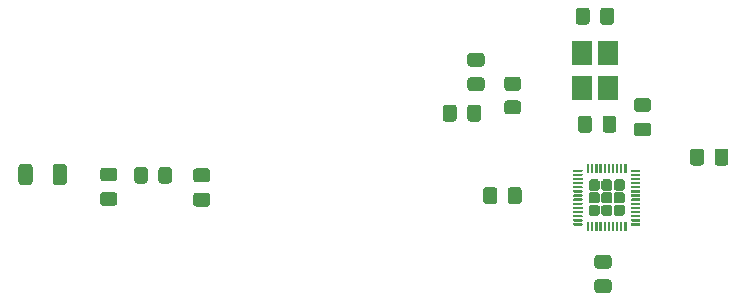
<source format=gbr>
%TF.GenerationSoftware,KiCad,Pcbnew,(5.1.10)-1*%
%TF.CreationDate,2022-01-27T03:50:03-08:00*%
%TF.ProjectId,schematic,73636865-6d61-4746-9963-2e6b69636164,rev?*%
%TF.SameCoordinates,Original*%
%TF.FileFunction,Paste,Top*%
%TF.FilePolarity,Positive*%
%FSLAX46Y46*%
G04 Gerber Fmt 4.6, Leading zero omitted, Abs format (unit mm)*
G04 Created by KiCad (PCBNEW (5.1.10)-1) date 2022-01-27 03:50:03*
%MOMM*%
%LPD*%
G01*
G04 APERTURE LIST*
%ADD10R,1.800000X2.100000*%
%ADD11C,0.100000*%
G04 APERTURE END LIST*
%TO.C,C4*%
G36*
G01*
X158321500Y-85580200D02*
X158321500Y-86530200D01*
G75*
G02*
X158071500Y-86780200I-250000J0D01*
G01*
X157396500Y-86780200D01*
G75*
G02*
X157146500Y-86530200I0J250000D01*
G01*
X157146500Y-85580200D01*
G75*
G02*
X157396500Y-85330200I250000J0D01*
G01*
X158071500Y-85330200D01*
G75*
G02*
X158321500Y-85580200I0J-250000D01*
G01*
G37*
G36*
G01*
X160396500Y-85580200D02*
X160396500Y-86530200D01*
G75*
G02*
X160146500Y-86780200I-250000J0D01*
G01*
X159471500Y-86780200D01*
G75*
G02*
X159221500Y-86530200I0J250000D01*
G01*
X159221500Y-85580200D01*
G75*
G02*
X159471500Y-85330200I250000J0D01*
G01*
X160146500Y-85330200D01*
G75*
G02*
X160396500Y-85580200I0J-250000D01*
G01*
G37*
%TD*%
%TO.C,C5*%
G36*
G01*
X161750500Y-92565200D02*
X161750500Y-93515200D01*
G75*
G02*
X161500500Y-93765200I-250000J0D01*
G01*
X160825500Y-93765200D01*
G75*
G02*
X160575500Y-93515200I0J250000D01*
G01*
X160575500Y-92565200D01*
G75*
G02*
X160825500Y-92315200I250000J0D01*
G01*
X161500500Y-92315200D01*
G75*
G02*
X161750500Y-92565200I0J-250000D01*
G01*
G37*
G36*
G01*
X163825500Y-92565200D02*
X163825500Y-93515200D01*
G75*
G02*
X163575500Y-93765200I-250000J0D01*
G01*
X162900500Y-93765200D01*
G75*
G02*
X162650500Y-93515200I0J250000D01*
G01*
X162650500Y-92565200D01*
G75*
G02*
X162900500Y-92315200I250000J0D01*
G01*
X163575500Y-92315200D01*
G75*
G02*
X163825500Y-92565200I0J-250000D01*
G01*
G37*
%TD*%
D10*
%TO.C,Y1*%
X171148100Y-80987900D03*
X171148100Y-83887900D03*
X168948100Y-83887900D03*
X168948100Y-80987900D03*
%TD*%
D11*
%TO.C,U1*%
G36*
X172377148Y-93796629D02*
G01*
X172399899Y-93803531D01*
X172420866Y-93814738D01*
X172439244Y-93829820D01*
X172539714Y-93930290D01*
X172554796Y-93948668D01*
X172566003Y-93969635D01*
X172572905Y-93992386D01*
X172575235Y-94016046D01*
X172575235Y-94527888D01*
X172572905Y-94551548D01*
X172566003Y-94574299D01*
X172554796Y-94595266D01*
X172539714Y-94613644D01*
X172439244Y-94714114D01*
X172420866Y-94729196D01*
X172399899Y-94740403D01*
X172377148Y-94747305D01*
X172353488Y-94749635D01*
X171841646Y-94749635D01*
X171817986Y-94747305D01*
X171795235Y-94740403D01*
X171774268Y-94729196D01*
X171755890Y-94714114D01*
X171655420Y-94613644D01*
X171640338Y-94595266D01*
X171629131Y-94574299D01*
X171622229Y-94551548D01*
X171619899Y-94527888D01*
X171619899Y-94016046D01*
X171622229Y-93992386D01*
X171629131Y-93969635D01*
X171640338Y-93948668D01*
X171655420Y-93930290D01*
X171755890Y-93829820D01*
X171774268Y-93814738D01*
X171795235Y-93803531D01*
X171817986Y-93796629D01*
X171841646Y-93794299D01*
X172353488Y-93794299D01*
X172377148Y-93796629D01*
G37*
G36*
X172377148Y-92729962D02*
G01*
X172399899Y-92736864D01*
X172420866Y-92748071D01*
X172439244Y-92763153D01*
X172539714Y-92863623D01*
X172554796Y-92882001D01*
X172566003Y-92902968D01*
X172572905Y-92925719D01*
X172575235Y-92949379D01*
X172575235Y-93461221D01*
X172572905Y-93484881D01*
X172566003Y-93507632D01*
X172554796Y-93528599D01*
X172539714Y-93546977D01*
X172439244Y-93647447D01*
X172420866Y-93662529D01*
X172399899Y-93673736D01*
X172377148Y-93680638D01*
X172353488Y-93682968D01*
X171841646Y-93682968D01*
X171817986Y-93680638D01*
X171795235Y-93673736D01*
X171774268Y-93662529D01*
X171755890Y-93647447D01*
X171655420Y-93546977D01*
X171640338Y-93528599D01*
X171629131Y-93507632D01*
X171622229Y-93484881D01*
X171619899Y-93461221D01*
X171619899Y-92949379D01*
X171622229Y-92925719D01*
X171629131Y-92902968D01*
X171640338Y-92882001D01*
X171655420Y-92863623D01*
X171755890Y-92763153D01*
X171774268Y-92748071D01*
X171795235Y-92736864D01*
X171817986Y-92729962D01*
X171841646Y-92727632D01*
X172353488Y-92727632D01*
X172377148Y-92729962D01*
G37*
G36*
X172377148Y-91663295D02*
G01*
X172399899Y-91670197D01*
X172420866Y-91681404D01*
X172439244Y-91696486D01*
X172539714Y-91796956D01*
X172554796Y-91815334D01*
X172566003Y-91836301D01*
X172572905Y-91859052D01*
X172575235Y-91882712D01*
X172575235Y-92394554D01*
X172572905Y-92418214D01*
X172566003Y-92440965D01*
X172554796Y-92461932D01*
X172539714Y-92480310D01*
X172439244Y-92580780D01*
X172420866Y-92595862D01*
X172399899Y-92607069D01*
X172377148Y-92613971D01*
X172353488Y-92616301D01*
X171841646Y-92616301D01*
X171817986Y-92613971D01*
X171795235Y-92607069D01*
X171774268Y-92595862D01*
X171755890Y-92580780D01*
X171655420Y-92480310D01*
X171640338Y-92461932D01*
X171629131Y-92440965D01*
X171622229Y-92418214D01*
X171619899Y-92394554D01*
X171619899Y-91882712D01*
X171622229Y-91859052D01*
X171629131Y-91836301D01*
X171640338Y-91815334D01*
X171655420Y-91796956D01*
X171755890Y-91696486D01*
X171774268Y-91681404D01*
X171795235Y-91670197D01*
X171817986Y-91663295D01*
X171841646Y-91660965D01*
X172353488Y-91660965D01*
X172377148Y-91663295D01*
G37*
G36*
X171310481Y-93796629D02*
G01*
X171333232Y-93803531D01*
X171354199Y-93814738D01*
X171372577Y-93829820D01*
X171473047Y-93930290D01*
X171488129Y-93948668D01*
X171499336Y-93969635D01*
X171506238Y-93992386D01*
X171508568Y-94016046D01*
X171508568Y-94527888D01*
X171506238Y-94551548D01*
X171499336Y-94574299D01*
X171488129Y-94595266D01*
X171473047Y-94613644D01*
X171372577Y-94714114D01*
X171354199Y-94729196D01*
X171333232Y-94740403D01*
X171310481Y-94747305D01*
X171286821Y-94749635D01*
X170774979Y-94749635D01*
X170751319Y-94747305D01*
X170728568Y-94740403D01*
X170707601Y-94729196D01*
X170689223Y-94714114D01*
X170588753Y-94613644D01*
X170573671Y-94595266D01*
X170562464Y-94574299D01*
X170555562Y-94551548D01*
X170553232Y-94527888D01*
X170553232Y-94016046D01*
X170555562Y-93992386D01*
X170562464Y-93969635D01*
X170573671Y-93948668D01*
X170588753Y-93930290D01*
X170689223Y-93829820D01*
X170707601Y-93814738D01*
X170728568Y-93803531D01*
X170751319Y-93796629D01*
X170774979Y-93794299D01*
X171286821Y-93794299D01*
X171310481Y-93796629D01*
G37*
G36*
X171310481Y-92729962D02*
G01*
X171333232Y-92736864D01*
X171354199Y-92748071D01*
X171372577Y-92763153D01*
X171473047Y-92863623D01*
X171488129Y-92882001D01*
X171499336Y-92902968D01*
X171506238Y-92925719D01*
X171508568Y-92949379D01*
X171508568Y-93461221D01*
X171506238Y-93484881D01*
X171499336Y-93507632D01*
X171488129Y-93528599D01*
X171473047Y-93546977D01*
X171372577Y-93647447D01*
X171354199Y-93662529D01*
X171333232Y-93673736D01*
X171310481Y-93680638D01*
X171286821Y-93682968D01*
X170774979Y-93682968D01*
X170751319Y-93680638D01*
X170728568Y-93673736D01*
X170707601Y-93662529D01*
X170689223Y-93647447D01*
X170588753Y-93546977D01*
X170573671Y-93528599D01*
X170562464Y-93507632D01*
X170555562Y-93484881D01*
X170553232Y-93461221D01*
X170553232Y-92949379D01*
X170555562Y-92925719D01*
X170562464Y-92902968D01*
X170573671Y-92882001D01*
X170588753Y-92863623D01*
X170689223Y-92763153D01*
X170707601Y-92748071D01*
X170728568Y-92736864D01*
X170751319Y-92729962D01*
X170774979Y-92727632D01*
X171286821Y-92727632D01*
X171310481Y-92729962D01*
G37*
G36*
X171310481Y-91663295D02*
G01*
X171333232Y-91670197D01*
X171354199Y-91681404D01*
X171372577Y-91696486D01*
X171473047Y-91796956D01*
X171488129Y-91815334D01*
X171499336Y-91836301D01*
X171506238Y-91859052D01*
X171508568Y-91882712D01*
X171508568Y-92394554D01*
X171506238Y-92418214D01*
X171499336Y-92440965D01*
X171488129Y-92461932D01*
X171473047Y-92480310D01*
X171372577Y-92580780D01*
X171354199Y-92595862D01*
X171333232Y-92607069D01*
X171310481Y-92613971D01*
X171286821Y-92616301D01*
X170774979Y-92616301D01*
X170751319Y-92613971D01*
X170728568Y-92607069D01*
X170707601Y-92595862D01*
X170689223Y-92580780D01*
X170588753Y-92480310D01*
X170573671Y-92461932D01*
X170562464Y-92440965D01*
X170555562Y-92418214D01*
X170553232Y-92394554D01*
X170553232Y-91882712D01*
X170555562Y-91859052D01*
X170562464Y-91836301D01*
X170573671Y-91815334D01*
X170588753Y-91796956D01*
X170689223Y-91696486D01*
X170707601Y-91681404D01*
X170728568Y-91670197D01*
X170751319Y-91663295D01*
X170774979Y-91660965D01*
X171286821Y-91660965D01*
X171310481Y-91663295D01*
G37*
G36*
X170243814Y-93796629D02*
G01*
X170266565Y-93803531D01*
X170287532Y-93814738D01*
X170305910Y-93829820D01*
X170406380Y-93930290D01*
X170421462Y-93948668D01*
X170432669Y-93969635D01*
X170439571Y-93992386D01*
X170441901Y-94016046D01*
X170441901Y-94527888D01*
X170439571Y-94551548D01*
X170432669Y-94574299D01*
X170421462Y-94595266D01*
X170406380Y-94613644D01*
X170305910Y-94714114D01*
X170287532Y-94729196D01*
X170266565Y-94740403D01*
X170243814Y-94747305D01*
X170220154Y-94749635D01*
X169708312Y-94749635D01*
X169684652Y-94747305D01*
X169661901Y-94740403D01*
X169640934Y-94729196D01*
X169622556Y-94714114D01*
X169522086Y-94613644D01*
X169507004Y-94595266D01*
X169495797Y-94574299D01*
X169488895Y-94551548D01*
X169486565Y-94527888D01*
X169486565Y-94016046D01*
X169488895Y-93992386D01*
X169495797Y-93969635D01*
X169507004Y-93948668D01*
X169522086Y-93930290D01*
X169622556Y-93829820D01*
X169640934Y-93814738D01*
X169661901Y-93803531D01*
X169684652Y-93796629D01*
X169708312Y-93794299D01*
X170220154Y-93794299D01*
X170243814Y-93796629D01*
G37*
G36*
X170243814Y-92729962D02*
G01*
X170266565Y-92736864D01*
X170287532Y-92748071D01*
X170305910Y-92763153D01*
X170406380Y-92863623D01*
X170421462Y-92882001D01*
X170432669Y-92902968D01*
X170439571Y-92925719D01*
X170441901Y-92949379D01*
X170441901Y-93461221D01*
X170439571Y-93484881D01*
X170432669Y-93507632D01*
X170421462Y-93528599D01*
X170406380Y-93546977D01*
X170305910Y-93647447D01*
X170287532Y-93662529D01*
X170266565Y-93673736D01*
X170243814Y-93680638D01*
X170220154Y-93682968D01*
X169708312Y-93682968D01*
X169684652Y-93680638D01*
X169661901Y-93673736D01*
X169640934Y-93662529D01*
X169622556Y-93647447D01*
X169522086Y-93546977D01*
X169507004Y-93528599D01*
X169495797Y-93507632D01*
X169488895Y-93484881D01*
X169486565Y-93461221D01*
X169486565Y-92949379D01*
X169488895Y-92925719D01*
X169495797Y-92902968D01*
X169507004Y-92882001D01*
X169522086Y-92863623D01*
X169622556Y-92763153D01*
X169640934Y-92748071D01*
X169661901Y-92736864D01*
X169684652Y-92729962D01*
X169708312Y-92727632D01*
X170220154Y-92727632D01*
X170243814Y-92729962D01*
G37*
G36*
X170243814Y-91663295D02*
G01*
X170266565Y-91670197D01*
X170287532Y-91681404D01*
X170305910Y-91696486D01*
X170406380Y-91796956D01*
X170421462Y-91815334D01*
X170432669Y-91836301D01*
X170439571Y-91859052D01*
X170441901Y-91882712D01*
X170441901Y-92394554D01*
X170439571Y-92418214D01*
X170432669Y-92440965D01*
X170421462Y-92461932D01*
X170406380Y-92480310D01*
X170305910Y-92580780D01*
X170287532Y-92595862D01*
X170266565Y-92607069D01*
X170243814Y-92613971D01*
X170220154Y-92616301D01*
X169708312Y-92616301D01*
X169684652Y-92613971D01*
X169661901Y-92607069D01*
X169640934Y-92595862D01*
X169622556Y-92580780D01*
X169522086Y-92480310D01*
X169507004Y-92461932D01*
X169495797Y-92440965D01*
X169488895Y-92418214D01*
X169486565Y-92394554D01*
X169486565Y-91882712D01*
X169488895Y-91859052D01*
X169495797Y-91836301D01*
X169507004Y-91815334D01*
X169522086Y-91796956D01*
X169622556Y-91696486D01*
X169640934Y-91681404D01*
X169661901Y-91670197D01*
X169684652Y-91663295D01*
X169708312Y-91660965D01*
X170220154Y-91660965D01*
X170243814Y-91663295D01*
G37*
G36*
G01*
X169355900Y-91105300D02*
X169355900Y-90405300D01*
G75*
G02*
X169405900Y-90355300I50000J0D01*
G01*
X169505900Y-90355300D01*
G75*
G02*
X169555900Y-90405300I0J-50000D01*
G01*
X169555900Y-91105300D01*
G75*
G02*
X169505900Y-91155300I-50000J0D01*
G01*
X169405900Y-91155300D01*
G75*
G02*
X169355900Y-91105300I0J50000D01*
G01*
G37*
G36*
G01*
X169705900Y-91105300D02*
X169705900Y-90405300D01*
G75*
G02*
X169755900Y-90355300I50000J0D01*
G01*
X169855900Y-90355300D01*
G75*
G02*
X169905900Y-90405300I0J-50000D01*
G01*
X169905900Y-91105300D01*
G75*
G02*
X169855900Y-91155300I-50000J0D01*
G01*
X169755900Y-91155300D01*
G75*
G02*
X169705900Y-91105300I0J50000D01*
G01*
G37*
G36*
G01*
X170055900Y-91105300D02*
X170055900Y-90405300D01*
G75*
G02*
X170105900Y-90355300I50000J0D01*
G01*
X170205900Y-90355300D01*
G75*
G02*
X170255900Y-90405300I0J-50000D01*
G01*
X170255900Y-91105300D01*
G75*
G02*
X170205900Y-91155300I-50000J0D01*
G01*
X170105900Y-91155300D01*
G75*
G02*
X170055900Y-91105300I0J50000D01*
G01*
G37*
G36*
G01*
X170405900Y-91105300D02*
X170405900Y-90405300D01*
G75*
G02*
X170455900Y-90355300I50000J0D01*
G01*
X170555900Y-90355300D01*
G75*
G02*
X170605900Y-90405300I0J-50000D01*
G01*
X170605900Y-91105300D01*
G75*
G02*
X170555900Y-91155300I-50000J0D01*
G01*
X170455900Y-91155300D01*
G75*
G02*
X170405900Y-91105300I0J50000D01*
G01*
G37*
G36*
G01*
X170755900Y-91105300D02*
X170755900Y-90405300D01*
G75*
G02*
X170805900Y-90355300I50000J0D01*
G01*
X170905900Y-90355300D01*
G75*
G02*
X170955900Y-90405300I0J-50000D01*
G01*
X170955900Y-91105300D01*
G75*
G02*
X170905900Y-91155300I-50000J0D01*
G01*
X170805900Y-91155300D01*
G75*
G02*
X170755900Y-91105300I0J50000D01*
G01*
G37*
G36*
G01*
X171105900Y-91105300D02*
X171105900Y-90405300D01*
G75*
G02*
X171155900Y-90355300I50000J0D01*
G01*
X171255900Y-90355300D01*
G75*
G02*
X171305900Y-90405300I0J-50000D01*
G01*
X171305900Y-91105300D01*
G75*
G02*
X171255900Y-91155300I-50000J0D01*
G01*
X171155900Y-91155300D01*
G75*
G02*
X171105900Y-91105300I0J50000D01*
G01*
G37*
G36*
G01*
X171455900Y-91105300D02*
X171455900Y-90405300D01*
G75*
G02*
X171505900Y-90355300I50000J0D01*
G01*
X171605900Y-90355300D01*
G75*
G02*
X171655900Y-90405300I0J-50000D01*
G01*
X171655900Y-91105300D01*
G75*
G02*
X171605900Y-91155300I-50000J0D01*
G01*
X171505900Y-91155300D01*
G75*
G02*
X171455900Y-91105300I0J50000D01*
G01*
G37*
G36*
G01*
X171805900Y-91105300D02*
X171805900Y-90405300D01*
G75*
G02*
X171855900Y-90355300I50000J0D01*
G01*
X171955900Y-90355300D01*
G75*
G02*
X172005900Y-90405300I0J-50000D01*
G01*
X172005900Y-91105300D01*
G75*
G02*
X171955900Y-91155300I-50000J0D01*
G01*
X171855900Y-91155300D01*
G75*
G02*
X171805900Y-91105300I0J50000D01*
G01*
G37*
G36*
G01*
X172155900Y-91105300D02*
X172155900Y-90405300D01*
G75*
G02*
X172205900Y-90355300I50000J0D01*
G01*
X172305900Y-90355300D01*
G75*
G02*
X172355900Y-90405300I0J-50000D01*
G01*
X172355900Y-91105300D01*
G75*
G02*
X172305900Y-91155300I-50000J0D01*
G01*
X172205900Y-91155300D01*
G75*
G02*
X172155900Y-91105300I0J50000D01*
G01*
G37*
G36*
G01*
X172505900Y-91105300D02*
X172505900Y-90405300D01*
G75*
G02*
X172555900Y-90355300I50000J0D01*
G01*
X172655900Y-90355300D01*
G75*
G02*
X172705900Y-90405300I0J-50000D01*
G01*
X172705900Y-91105300D01*
G75*
G02*
X172655900Y-91155300I-50000J0D01*
G01*
X172555900Y-91155300D01*
G75*
G02*
X172505900Y-91105300I0J50000D01*
G01*
G37*
G36*
G01*
X173080900Y-90980300D02*
X173080900Y-90880300D01*
G75*
G02*
X173130900Y-90830300I50000J0D01*
G01*
X173830900Y-90830300D01*
G75*
G02*
X173880900Y-90880300I0J-50000D01*
G01*
X173880900Y-90980300D01*
G75*
G02*
X173830900Y-91030300I-50000J0D01*
G01*
X173130900Y-91030300D01*
G75*
G02*
X173080900Y-90980300I0J50000D01*
G01*
G37*
G36*
G01*
X173080900Y-91330300D02*
X173080900Y-91230300D01*
G75*
G02*
X173130900Y-91180300I50000J0D01*
G01*
X173830900Y-91180300D01*
G75*
G02*
X173880900Y-91230300I0J-50000D01*
G01*
X173880900Y-91330300D01*
G75*
G02*
X173830900Y-91380300I-50000J0D01*
G01*
X173130900Y-91380300D01*
G75*
G02*
X173080900Y-91330300I0J50000D01*
G01*
G37*
G36*
G01*
X173080900Y-91680300D02*
X173080900Y-91580300D01*
G75*
G02*
X173130900Y-91530300I50000J0D01*
G01*
X173830900Y-91530300D01*
G75*
G02*
X173880900Y-91580300I0J-50000D01*
G01*
X173880900Y-91680300D01*
G75*
G02*
X173830900Y-91730300I-50000J0D01*
G01*
X173130900Y-91730300D01*
G75*
G02*
X173080900Y-91680300I0J50000D01*
G01*
G37*
G36*
G01*
X173080900Y-92030300D02*
X173080900Y-91930300D01*
G75*
G02*
X173130900Y-91880300I50000J0D01*
G01*
X173830900Y-91880300D01*
G75*
G02*
X173880900Y-91930300I0J-50000D01*
G01*
X173880900Y-92030300D01*
G75*
G02*
X173830900Y-92080300I-50000J0D01*
G01*
X173130900Y-92080300D01*
G75*
G02*
X173080900Y-92030300I0J50000D01*
G01*
G37*
G36*
G01*
X173080900Y-92380300D02*
X173080900Y-92280300D01*
G75*
G02*
X173130900Y-92230300I50000J0D01*
G01*
X173830900Y-92230300D01*
G75*
G02*
X173880900Y-92280300I0J-50000D01*
G01*
X173880900Y-92380300D01*
G75*
G02*
X173830900Y-92430300I-50000J0D01*
G01*
X173130900Y-92430300D01*
G75*
G02*
X173080900Y-92380300I0J50000D01*
G01*
G37*
G36*
G01*
X173080900Y-92730300D02*
X173080900Y-92630300D01*
G75*
G02*
X173130900Y-92580300I50000J0D01*
G01*
X173830900Y-92580300D01*
G75*
G02*
X173880900Y-92630300I0J-50000D01*
G01*
X173880900Y-92730300D01*
G75*
G02*
X173830900Y-92780300I-50000J0D01*
G01*
X173130900Y-92780300D01*
G75*
G02*
X173080900Y-92730300I0J50000D01*
G01*
G37*
G36*
G01*
X173080900Y-93080300D02*
X173080900Y-92980300D01*
G75*
G02*
X173130900Y-92930300I50000J0D01*
G01*
X173830900Y-92930300D01*
G75*
G02*
X173880900Y-92980300I0J-50000D01*
G01*
X173880900Y-93080300D01*
G75*
G02*
X173830900Y-93130300I-50000J0D01*
G01*
X173130900Y-93130300D01*
G75*
G02*
X173080900Y-93080300I0J50000D01*
G01*
G37*
G36*
G01*
X173080900Y-93430300D02*
X173080900Y-93330300D01*
G75*
G02*
X173130900Y-93280300I50000J0D01*
G01*
X173830900Y-93280300D01*
G75*
G02*
X173880900Y-93330300I0J-50000D01*
G01*
X173880900Y-93430300D01*
G75*
G02*
X173830900Y-93480300I-50000J0D01*
G01*
X173130900Y-93480300D01*
G75*
G02*
X173080900Y-93430300I0J50000D01*
G01*
G37*
G36*
G01*
X173080900Y-93780300D02*
X173080900Y-93680300D01*
G75*
G02*
X173130900Y-93630300I50000J0D01*
G01*
X173830900Y-93630300D01*
G75*
G02*
X173880900Y-93680300I0J-50000D01*
G01*
X173880900Y-93780300D01*
G75*
G02*
X173830900Y-93830300I-50000J0D01*
G01*
X173130900Y-93830300D01*
G75*
G02*
X173080900Y-93780300I0J50000D01*
G01*
G37*
G36*
G01*
X173080900Y-94130300D02*
X173080900Y-94030300D01*
G75*
G02*
X173130900Y-93980300I50000J0D01*
G01*
X173830900Y-93980300D01*
G75*
G02*
X173880900Y-94030300I0J-50000D01*
G01*
X173880900Y-94130300D01*
G75*
G02*
X173830900Y-94180300I-50000J0D01*
G01*
X173130900Y-94180300D01*
G75*
G02*
X173080900Y-94130300I0J50000D01*
G01*
G37*
G36*
G01*
X173080900Y-94480300D02*
X173080900Y-94380300D01*
G75*
G02*
X173130900Y-94330300I50000J0D01*
G01*
X173830900Y-94330300D01*
G75*
G02*
X173880900Y-94380300I0J-50000D01*
G01*
X173880900Y-94480300D01*
G75*
G02*
X173830900Y-94530300I-50000J0D01*
G01*
X173130900Y-94530300D01*
G75*
G02*
X173080900Y-94480300I0J50000D01*
G01*
G37*
G36*
G01*
X173080900Y-94830300D02*
X173080900Y-94730300D01*
G75*
G02*
X173130900Y-94680300I50000J0D01*
G01*
X173830900Y-94680300D01*
G75*
G02*
X173880900Y-94730300I0J-50000D01*
G01*
X173880900Y-94830300D01*
G75*
G02*
X173830900Y-94880300I-50000J0D01*
G01*
X173130900Y-94880300D01*
G75*
G02*
X173080900Y-94830300I0J50000D01*
G01*
G37*
G36*
G01*
X173080900Y-95180300D02*
X173080900Y-95080300D01*
G75*
G02*
X173130900Y-95030300I50000J0D01*
G01*
X173830900Y-95030300D01*
G75*
G02*
X173880900Y-95080300I0J-50000D01*
G01*
X173880900Y-95180300D01*
G75*
G02*
X173830900Y-95230300I-50000J0D01*
G01*
X173130900Y-95230300D01*
G75*
G02*
X173080900Y-95180300I0J50000D01*
G01*
G37*
G36*
G01*
X173080900Y-95530300D02*
X173080900Y-95430300D01*
G75*
G02*
X173130900Y-95380300I50000J0D01*
G01*
X173830900Y-95380300D01*
G75*
G02*
X173880900Y-95430300I0J-50000D01*
G01*
X173880900Y-95530300D01*
G75*
G02*
X173830900Y-95580300I-50000J0D01*
G01*
X173130900Y-95580300D01*
G75*
G02*
X173080900Y-95530300I0J50000D01*
G01*
G37*
G36*
G01*
X172505900Y-96005300D02*
X172505900Y-95305300D01*
G75*
G02*
X172555900Y-95255300I50000J0D01*
G01*
X172655900Y-95255300D01*
G75*
G02*
X172705900Y-95305300I0J-50000D01*
G01*
X172705900Y-96005300D01*
G75*
G02*
X172655900Y-96055300I-50000J0D01*
G01*
X172555900Y-96055300D01*
G75*
G02*
X172505900Y-96005300I0J50000D01*
G01*
G37*
G36*
G01*
X172155900Y-96005300D02*
X172155900Y-95305300D01*
G75*
G02*
X172205900Y-95255300I50000J0D01*
G01*
X172305900Y-95255300D01*
G75*
G02*
X172355900Y-95305300I0J-50000D01*
G01*
X172355900Y-96005300D01*
G75*
G02*
X172305900Y-96055300I-50000J0D01*
G01*
X172205900Y-96055300D01*
G75*
G02*
X172155900Y-96005300I0J50000D01*
G01*
G37*
G36*
G01*
X171805900Y-96005300D02*
X171805900Y-95305300D01*
G75*
G02*
X171855900Y-95255300I50000J0D01*
G01*
X171955900Y-95255300D01*
G75*
G02*
X172005900Y-95305300I0J-50000D01*
G01*
X172005900Y-96005300D01*
G75*
G02*
X171955900Y-96055300I-50000J0D01*
G01*
X171855900Y-96055300D01*
G75*
G02*
X171805900Y-96005300I0J50000D01*
G01*
G37*
G36*
G01*
X171455900Y-96005300D02*
X171455900Y-95305300D01*
G75*
G02*
X171505900Y-95255300I50000J0D01*
G01*
X171605900Y-95255300D01*
G75*
G02*
X171655900Y-95305300I0J-50000D01*
G01*
X171655900Y-96005300D01*
G75*
G02*
X171605900Y-96055300I-50000J0D01*
G01*
X171505900Y-96055300D01*
G75*
G02*
X171455900Y-96005300I0J50000D01*
G01*
G37*
G36*
G01*
X171105900Y-96005300D02*
X171105900Y-95305300D01*
G75*
G02*
X171155900Y-95255300I50000J0D01*
G01*
X171255900Y-95255300D01*
G75*
G02*
X171305900Y-95305300I0J-50000D01*
G01*
X171305900Y-96005300D01*
G75*
G02*
X171255900Y-96055300I-50000J0D01*
G01*
X171155900Y-96055300D01*
G75*
G02*
X171105900Y-96005300I0J50000D01*
G01*
G37*
G36*
G01*
X170755900Y-96005300D02*
X170755900Y-95305300D01*
G75*
G02*
X170805900Y-95255300I50000J0D01*
G01*
X170905900Y-95255300D01*
G75*
G02*
X170955900Y-95305300I0J-50000D01*
G01*
X170955900Y-96005300D01*
G75*
G02*
X170905900Y-96055300I-50000J0D01*
G01*
X170805900Y-96055300D01*
G75*
G02*
X170755900Y-96005300I0J50000D01*
G01*
G37*
G36*
G01*
X170405900Y-96005300D02*
X170405900Y-95305300D01*
G75*
G02*
X170455900Y-95255300I50000J0D01*
G01*
X170555900Y-95255300D01*
G75*
G02*
X170605900Y-95305300I0J-50000D01*
G01*
X170605900Y-96005300D01*
G75*
G02*
X170555900Y-96055300I-50000J0D01*
G01*
X170455900Y-96055300D01*
G75*
G02*
X170405900Y-96005300I0J50000D01*
G01*
G37*
G36*
G01*
X170055900Y-96005300D02*
X170055900Y-95305300D01*
G75*
G02*
X170105900Y-95255300I50000J0D01*
G01*
X170205900Y-95255300D01*
G75*
G02*
X170255900Y-95305300I0J-50000D01*
G01*
X170255900Y-96005300D01*
G75*
G02*
X170205900Y-96055300I-50000J0D01*
G01*
X170105900Y-96055300D01*
G75*
G02*
X170055900Y-96005300I0J50000D01*
G01*
G37*
G36*
G01*
X169705900Y-96005300D02*
X169705900Y-95305300D01*
G75*
G02*
X169755900Y-95255300I50000J0D01*
G01*
X169855900Y-95255300D01*
G75*
G02*
X169905900Y-95305300I0J-50000D01*
G01*
X169905900Y-96005300D01*
G75*
G02*
X169855900Y-96055300I-50000J0D01*
G01*
X169755900Y-96055300D01*
G75*
G02*
X169705900Y-96005300I0J50000D01*
G01*
G37*
G36*
G01*
X169355900Y-96005300D02*
X169355900Y-95305300D01*
G75*
G02*
X169405900Y-95255300I50000J0D01*
G01*
X169505900Y-95255300D01*
G75*
G02*
X169555900Y-95305300I0J-50000D01*
G01*
X169555900Y-96005300D01*
G75*
G02*
X169505900Y-96055300I-50000J0D01*
G01*
X169405900Y-96055300D01*
G75*
G02*
X169355900Y-96005300I0J50000D01*
G01*
G37*
G36*
G01*
X168180900Y-95530300D02*
X168180900Y-95430300D01*
G75*
G02*
X168230900Y-95380300I50000J0D01*
G01*
X168930900Y-95380300D01*
G75*
G02*
X168980900Y-95430300I0J-50000D01*
G01*
X168980900Y-95530300D01*
G75*
G02*
X168930900Y-95580300I-50000J0D01*
G01*
X168230900Y-95580300D01*
G75*
G02*
X168180900Y-95530300I0J50000D01*
G01*
G37*
G36*
G01*
X168180900Y-95180300D02*
X168180900Y-95080300D01*
G75*
G02*
X168230900Y-95030300I50000J0D01*
G01*
X168930900Y-95030300D01*
G75*
G02*
X168980900Y-95080300I0J-50000D01*
G01*
X168980900Y-95180300D01*
G75*
G02*
X168930900Y-95230300I-50000J0D01*
G01*
X168230900Y-95230300D01*
G75*
G02*
X168180900Y-95180300I0J50000D01*
G01*
G37*
G36*
G01*
X168180900Y-94830300D02*
X168180900Y-94730300D01*
G75*
G02*
X168230900Y-94680300I50000J0D01*
G01*
X168930900Y-94680300D01*
G75*
G02*
X168980900Y-94730300I0J-50000D01*
G01*
X168980900Y-94830300D01*
G75*
G02*
X168930900Y-94880300I-50000J0D01*
G01*
X168230900Y-94880300D01*
G75*
G02*
X168180900Y-94830300I0J50000D01*
G01*
G37*
G36*
G01*
X168180900Y-94480300D02*
X168180900Y-94380300D01*
G75*
G02*
X168230900Y-94330300I50000J0D01*
G01*
X168930900Y-94330300D01*
G75*
G02*
X168980900Y-94380300I0J-50000D01*
G01*
X168980900Y-94480300D01*
G75*
G02*
X168930900Y-94530300I-50000J0D01*
G01*
X168230900Y-94530300D01*
G75*
G02*
X168180900Y-94480300I0J50000D01*
G01*
G37*
G36*
G01*
X168180900Y-94130300D02*
X168180900Y-94030300D01*
G75*
G02*
X168230900Y-93980300I50000J0D01*
G01*
X168930900Y-93980300D01*
G75*
G02*
X168980900Y-94030300I0J-50000D01*
G01*
X168980900Y-94130300D01*
G75*
G02*
X168930900Y-94180300I-50000J0D01*
G01*
X168230900Y-94180300D01*
G75*
G02*
X168180900Y-94130300I0J50000D01*
G01*
G37*
G36*
G01*
X168180900Y-93780300D02*
X168180900Y-93680300D01*
G75*
G02*
X168230900Y-93630300I50000J0D01*
G01*
X168930900Y-93630300D01*
G75*
G02*
X168980900Y-93680300I0J-50000D01*
G01*
X168980900Y-93780300D01*
G75*
G02*
X168930900Y-93830300I-50000J0D01*
G01*
X168230900Y-93830300D01*
G75*
G02*
X168180900Y-93780300I0J50000D01*
G01*
G37*
G36*
G01*
X168180900Y-93430300D02*
X168180900Y-93330300D01*
G75*
G02*
X168230900Y-93280300I50000J0D01*
G01*
X168930900Y-93280300D01*
G75*
G02*
X168980900Y-93330300I0J-50000D01*
G01*
X168980900Y-93430300D01*
G75*
G02*
X168930900Y-93480300I-50000J0D01*
G01*
X168230900Y-93480300D01*
G75*
G02*
X168180900Y-93430300I0J50000D01*
G01*
G37*
G36*
G01*
X168180900Y-93080300D02*
X168180900Y-92980300D01*
G75*
G02*
X168230900Y-92930300I50000J0D01*
G01*
X168930900Y-92930300D01*
G75*
G02*
X168980900Y-92980300I0J-50000D01*
G01*
X168980900Y-93080300D01*
G75*
G02*
X168930900Y-93130300I-50000J0D01*
G01*
X168230900Y-93130300D01*
G75*
G02*
X168180900Y-93080300I0J50000D01*
G01*
G37*
G36*
G01*
X168180900Y-92730300D02*
X168180900Y-92630300D01*
G75*
G02*
X168230900Y-92580300I50000J0D01*
G01*
X168930900Y-92580300D01*
G75*
G02*
X168980900Y-92630300I0J-50000D01*
G01*
X168980900Y-92730300D01*
G75*
G02*
X168930900Y-92780300I-50000J0D01*
G01*
X168230900Y-92780300D01*
G75*
G02*
X168180900Y-92730300I0J50000D01*
G01*
G37*
G36*
G01*
X168180900Y-92380300D02*
X168180900Y-92280300D01*
G75*
G02*
X168230900Y-92230300I50000J0D01*
G01*
X168930900Y-92230300D01*
G75*
G02*
X168980900Y-92280300I0J-50000D01*
G01*
X168980900Y-92380300D01*
G75*
G02*
X168930900Y-92430300I-50000J0D01*
G01*
X168230900Y-92430300D01*
G75*
G02*
X168180900Y-92380300I0J50000D01*
G01*
G37*
G36*
G01*
X168180900Y-92030300D02*
X168180900Y-91930300D01*
G75*
G02*
X168230900Y-91880300I50000J0D01*
G01*
X168930900Y-91880300D01*
G75*
G02*
X168980900Y-91930300I0J-50000D01*
G01*
X168980900Y-92030300D01*
G75*
G02*
X168930900Y-92080300I-50000J0D01*
G01*
X168230900Y-92080300D01*
G75*
G02*
X168180900Y-92030300I0J50000D01*
G01*
G37*
G36*
G01*
X168180900Y-91680300D02*
X168180900Y-91580300D01*
G75*
G02*
X168230900Y-91530300I50000J0D01*
G01*
X168930900Y-91530300D01*
G75*
G02*
X168980900Y-91580300I0J-50000D01*
G01*
X168980900Y-91680300D01*
G75*
G02*
X168930900Y-91730300I-50000J0D01*
G01*
X168230900Y-91730300D01*
G75*
G02*
X168180900Y-91680300I0J50000D01*
G01*
G37*
G36*
G01*
X168180900Y-91330300D02*
X168180900Y-91230300D01*
G75*
G02*
X168230900Y-91180300I50000J0D01*
G01*
X168930900Y-91180300D01*
G75*
G02*
X168980900Y-91230300I0J-50000D01*
G01*
X168980900Y-91330300D01*
G75*
G02*
X168930900Y-91380300I-50000J0D01*
G01*
X168230900Y-91380300D01*
G75*
G02*
X168180900Y-91330300I0J50000D01*
G01*
G37*
G36*
G01*
X168180900Y-90980300D02*
X168180900Y-90880300D01*
G75*
G02*
X168230900Y-90830300I50000J0D01*
G01*
X168930900Y-90830300D01*
G75*
G02*
X168980900Y-90880300I0J-50000D01*
G01*
X168980900Y-90980300D01*
G75*
G02*
X168930900Y-91030300I-50000J0D01*
G01*
X168230900Y-91030300D01*
G75*
G02*
X168180900Y-90980300I0J50000D01*
G01*
G37*
%TD*%
%TO.C,R1*%
G36*
G01*
X162605299Y-84966000D02*
X163505301Y-84966000D01*
G75*
G02*
X163755300Y-85215999I0J-249999D01*
G01*
X163755300Y-85916001D01*
G75*
G02*
X163505301Y-86166000I-249999J0D01*
G01*
X162605299Y-86166000D01*
G75*
G02*
X162355300Y-85916001I0J249999D01*
G01*
X162355300Y-85215999D01*
G75*
G02*
X162605299Y-84966000I249999J0D01*
G01*
G37*
G36*
G01*
X162605299Y-82966000D02*
X163505301Y-82966000D01*
G75*
G02*
X163755300Y-83215999I0J-249999D01*
G01*
X163755300Y-83916001D01*
G75*
G02*
X163505301Y-84166000I-249999J0D01*
G01*
X162605299Y-84166000D01*
G75*
G02*
X162355300Y-83916001I0J249999D01*
G01*
X162355300Y-83215999D01*
G75*
G02*
X162605299Y-82966000I249999J0D01*
G01*
G37*
%TD*%
%TO.C,L1*%
G36*
G01*
X133072400Y-91763001D02*
X133072400Y-90862999D01*
G75*
G02*
X133322399Y-90613000I249999J0D01*
G01*
X133972401Y-90613000D01*
G75*
G02*
X134222400Y-90862999I0J-249999D01*
G01*
X134222400Y-91763001D01*
G75*
G02*
X133972401Y-92013000I-249999J0D01*
G01*
X133322399Y-92013000D01*
G75*
G02*
X133072400Y-91763001I0J249999D01*
G01*
G37*
G36*
G01*
X131022400Y-91763001D02*
X131022400Y-90862999D01*
G75*
G02*
X131272399Y-90613000I249999J0D01*
G01*
X131922401Y-90613000D01*
G75*
G02*
X132172400Y-90862999I0J-249999D01*
G01*
X132172400Y-91763001D01*
G75*
G02*
X131922401Y-92013000I-249999J0D01*
G01*
X131272399Y-92013000D01*
G75*
G02*
X131022400Y-91763001I0J249999D01*
G01*
G37*
%TD*%
%TO.C,C10*%
G36*
G01*
X180158900Y-90251300D02*
X180158900Y-89301300D01*
G75*
G02*
X180408900Y-89051300I250000J0D01*
G01*
X181083900Y-89051300D01*
G75*
G02*
X181333900Y-89301300I0J-250000D01*
G01*
X181333900Y-90251300D01*
G75*
G02*
X181083900Y-90501300I-250000J0D01*
G01*
X180408900Y-90501300D01*
G75*
G02*
X180158900Y-90251300I0J250000D01*
G01*
G37*
G36*
G01*
X178083900Y-90251300D02*
X178083900Y-89301300D01*
G75*
G02*
X178333900Y-89051300I250000J0D01*
G01*
X179008900Y-89051300D01*
G75*
G02*
X179258900Y-89301300I0J-250000D01*
G01*
X179258900Y-90251300D01*
G75*
G02*
X179008900Y-90501300I-250000J0D01*
G01*
X178333900Y-90501300D01*
G75*
G02*
X178083900Y-90251300I0J250000D01*
G01*
G37*
%TD*%
%TO.C,C9*%
G36*
G01*
X174528500Y-85956900D02*
X173578500Y-85956900D01*
G75*
G02*
X173328500Y-85706900I0J250000D01*
G01*
X173328500Y-85031900D01*
G75*
G02*
X173578500Y-84781900I250000J0D01*
G01*
X174528500Y-84781900D01*
G75*
G02*
X174778500Y-85031900I0J-250000D01*
G01*
X174778500Y-85706900D01*
G75*
G02*
X174528500Y-85956900I-250000J0D01*
G01*
G37*
G36*
G01*
X174528500Y-88031900D02*
X173578500Y-88031900D01*
G75*
G02*
X173328500Y-87781900I0J250000D01*
G01*
X173328500Y-87106900D01*
G75*
G02*
X173578500Y-86856900I250000J0D01*
G01*
X174528500Y-86856900D01*
G75*
G02*
X174778500Y-87106900I0J-250000D01*
G01*
X174778500Y-87781900D01*
G75*
G02*
X174528500Y-88031900I-250000J0D01*
G01*
G37*
%TD*%
%TO.C,C8*%
G36*
G01*
X170238400Y-100128400D02*
X171188400Y-100128400D01*
G75*
G02*
X171438400Y-100378400I0J-250000D01*
G01*
X171438400Y-101053400D01*
G75*
G02*
X171188400Y-101303400I-250000J0D01*
G01*
X170238400Y-101303400D01*
G75*
G02*
X169988400Y-101053400I0J250000D01*
G01*
X169988400Y-100378400D01*
G75*
G02*
X170238400Y-100128400I250000J0D01*
G01*
G37*
G36*
G01*
X170238400Y-98053400D02*
X171188400Y-98053400D01*
G75*
G02*
X171438400Y-98303400I0J-250000D01*
G01*
X171438400Y-98978400D01*
G75*
G02*
X171188400Y-99228400I-250000J0D01*
G01*
X170238400Y-99228400D01*
G75*
G02*
X169988400Y-98978400I0J250000D01*
G01*
X169988400Y-98303400D01*
G75*
G02*
X170238400Y-98053400I250000J0D01*
G01*
G37*
%TD*%
%TO.C,C7*%
G36*
G01*
X169772000Y-86520000D02*
X169772000Y-87470000D01*
G75*
G02*
X169522000Y-87720000I-250000J0D01*
G01*
X168847000Y-87720000D01*
G75*
G02*
X168597000Y-87470000I0J250000D01*
G01*
X168597000Y-86520000D01*
G75*
G02*
X168847000Y-86270000I250000J0D01*
G01*
X169522000Y-86270000D01*
G75*
G02*
X169772000Y-86520000I0J-250000D01*
G01*
G37*
G36*
G01*
X171847000Y-86520000D02*
X171847000Y-87470000D01*
G75*
G02*
X171597000Y-87720000I-250000J0D01*
G01*
X170922000Y-87720000D01*
G75*
G02*
X170672000Y-87470000I0J250000D01*
G01*
X170672000Y-86520000D01*
G75*
G02*
X170922000Y-86270000I250000J0D01*
G01*
X171597000Y-86270000D01*
G75*
G02*
X171847000Y-86520000I0J-250000D01*
G01*
G37*
%TD*%
%TO.C,C6*%
G36*
G01*
X170473700Y-78326000D02*
X170473700Y-77376000D01*
G75*
G02*
X170723700Y-77126000I250000J0D01*
G01*
X171398700Y-77126000D01*
G75*
G02*
X171648700Y-77376000I0J-250000D01*
G01*
X171648700Y-78326000D01*
G75*
G02*
X171398700Y-78576000I-250000J0D01*
G01*
X170723700Y-78576000D01*
G75*
G02*
X170473700Y-78326000I0J250000D01*
G01*
G37*
G36*
G01*
X168398700Y-78326000D02*
X168398700Y-77376000D01*
G75*
G02*
X168648700Y-77126000I250000J0D01*
G01*
X169323700Y-77126000D01*
G75*
G02*
X169573700Y-77376000I0J-250000D01*
G01*
X169573700Y-78326000D01*
G75*
G02*
X169323700Y-78576000I-250000J0D01*
G01*
X168648700Y-78576000D01*
G75*
G02*
X168398700Y-78326000I0J250000D01*
G01*
G37*
%TD*%
%TO.C,C3*%
G36*
G01*
X159481500Y-83016600D02*
X160431500Y-83016600D01*
G75*
G02*
X160681500Y-83266600I0J-250000D01*
G01*
X160681500Y-83941600D01*
G75*
G02*
X160431500Y-84191600I-250000J0D01*
G01*
X159481500Y-84191600D01*
G75*
G02*
X159231500Y-83941600I0J250000D01*
G01*
X159231500Y-83266600D01*
G75*
G02*
X159481500Y-83016600I250000J0D01*
G01*
G37*
G36*
G01*
X159481500Y-80941600D02*
X160431500Y-80941600D01*
G75*
G02*
X160681500Y-81191600I0J-250000D01*
G01*
X160681500Y-81866600D01*
G75*
G02*
X160431500Y-82116600I-250000J0D01*
G01*
X159481500Y-82116600D01*
G75*
G02*
X159231500Y-81866600I0J250000D01*
G01*
X159231500Y-81191600D01*
G75*
G02*
X159481500Y-80941600I250000J0D01*
G01*
G37*
%TD*%
%TO.C,C2*%
G36*
G01*
X136253200Y-92800500D02*
X137203200Y-92800500D01*
G75*
G02*
X137453200Y-93050500I0J-250000D01*
G01*
X137453200Y-93725500D01*
G75*
G02*
X137203200Y-93975500I-250000J0D01*
G01*
X136253200Y-93975500D01*
G75*
G02*
X136003200Y-93725500I0J250000D01*
G01*
X136003200Y-93050500D01*
G75*
G02*
X136253200Y-92800500I250000J0D01*
G01*
G37*
G36*
G01*
X136253200Y-90725500D02*
X137203200Y-90725500D01*
G75*
G02*
X137453200Y-90975500I0J-250000D01*
G01*
X137453200Y-91650500D01*
G75*
G02*
X137203200Y-91900500I-250000J0D01*
G01*
X136253200Y-91900500D01*
G75*
G02*
X136003200Y-91650500I0J250000D01*
G01*
X136003200Y-90975500D01*
G75*
G02*
X136253200Y-90725500I250000J0D01*
G01*
G37*
%TD*%
%TO.C,C1*%
G36*
G01*
X128391900Y-92737000D02*
X129341900Y-92737000D01*
G75*
G02*
X129591900Y-92987000I0J-250000D01*
G01*
X129591900Y-93662000D01*
G75*
G02*
X129341900Y-93912000I-250000J0D01*
G01*
X128391900Y-93912000D01*
G75*
G02*
X128141900Y-93662000I0J250000D01*
G01*
X128141900Y-92987000D01*
G75*
G02*
X128391900Y-92737000I250000J0D01*
G01*
G37*
G36*
G01*
X128391900Y-90662000D02*
X129341900Y-90662000D01*
G75*
G02*
X129591900Y-90912000I0J-250000D01*
G01*
X129591900Y-91587000D01*
G75*
G02*
X129341900Y-91837000I-250000J0D01*
G01*
X128391900Y-91837000D01*
G75*
G02*
X128141900Y-91587000I0J250000D01*
G01*
X128141900Y-90912000D01*
G75*
G02*
X128391900Y-90662000I250000J0D01*
G01*
G37*
%TD*%
%TO.C,AE1*%
G36*
G01*
X122414000Y-90599499D02*
X122414000Y-91899501D01*
G75*
G02*
X122164001Y-92149500I-249999J0D01*
G01*
X121463999Y-92149500D01*
G75*
G02*
X121214000Y-91899501I0J249999D01*
G01*
X121214000Y-90599499D01*
G75*
G02*
X121463999Y-90349500I249999J0D01*
G01*
X122164001Y-90349500D01*
G75*
G02*
X122414000Y-90599499I0J-249999D01*
G01*
G37*
G36*
G01*
X125314000Y-90599499D02*
X125314000Y-91899501D01*
G75*
G02*
X125064001Y-92149500I-249999J0D01*
G01*
X124363999Y-92149500D01*
G75*
G02*
X124114000Y-91899501I0J249999D01*
G01*
X124114000Y-90599499D01*
G75*
G02*
X124363999Y-90349500I249999J0D01*
G01*
X125064001Y-90349500D01*
G75*
G02*
X125314000Y-90599499I0J-249999D01*
G01*
G37*
%TD*%
M02*

</source>
